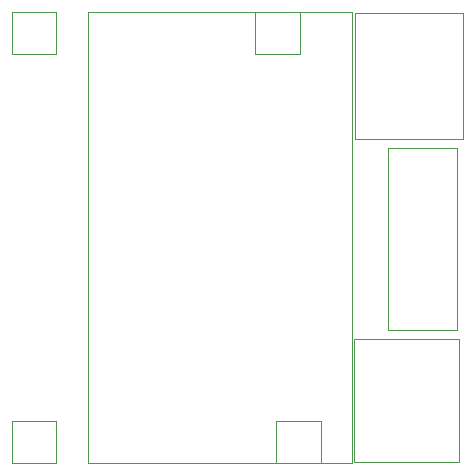
<source format=gbr>
G04 #@! TF.GenerationSoftware,KiCad,Pcbnew,6.0.5-a6ca702e91~116~ubuntu20.04.1*
G04 #@! TF.CreationDate,2022-06-20T16:09:37+05:30*
G04 #@! TF.ProjectId,BackEnd_HeavyDevice_v6,4261636b-456e-4645-9f48-656176794465,rev?*
G04 #@! TF.SameCoordinates,Original*
G04 #@! TF.FileFunction,Other,User*
%FSLAX46Y46*%
G04 Gerber Fmt 4.6, Leading zero omitted, Abs format (unit mm)*
G04 Created by KiCad (PCBNEW 6.0.5-a6ca702e91~116~ubuntu20.04.1) date 2022-06-20 16:09:37*
%MOMM*%
%LPD*%
G01*
G04 APERTURE LIST*
%ADD10C,0.050000*%
G04 APERTURE END LIST*
D10*
X144575000Y-123910000D02*
X150425000Y-123910000D01*
X144575000Y-108490000D02*
X144575000Y-123910000D01*
X150425000Y-108490000D02*
X144575000Y-108490000D01*
X150425000Y-123910000D02*
X150425000Y-108490000D01*
X141491000Y-135227000D02*
X119179000Y-135227000D01*
X119179000Y-97043000D02*
X141511000Y-97043000D01*
X141511000Y-97043000D02*
X141491000Y-135227000D01*
X119159000Y-135227000D02*
X119179000Y-97043000D01*
X150561000Y-135080000D02*
X150561000Y-124666000D01*
X141671000Y-124666000D02*
X141671000Y-135080000D01*
X141671000Y-135080000D02*
X150561000Y-135080000D01*
X150561000Y-124666000D02*
X141671000Y-124666000D01*
X150894000Y-97066100D02*
X141750000Y-97066100D01*
X150894000Y-107734100D02*
X150894000Y-97066100D01*
X141750000Y-107734100D02*
X150894000Y-107734100D01*
X141750000Y-97066100D02*
X141750000Y-107734100D01*
X138900000Y-135200000D02*
X138900000Y-131600000D01*
X135100000Y-131600000D02*
X135100000Y-135200000D01*
X135100000Y-131600000D02*
X138900000Y-131600000D01*
X138900000Y-135200000D02*
X135100000Y-135200000D01*
X116500000Y-135200000D02*
X112700000Y-135200000D01*
X112700000Y-131600000D02*
X116500000Y-131600000D01*
X112700000Y-131600000D02*
X112700000Y-135200000D01*
X116500000Y-135200000D02*
X116500000Y-131600000D01*
X137100000Y-100600000D02*
X133300000Y-100600000D01*
X133300000Y-97000000D02*
X133300000Y-100600000D01*
X137100000Y-100600000D02*
X137100000Y-97000000D01*
X133300000Y-97000000D02*
X137100000Y-97000000D01*
X116500000Y-100600000D02*
X116500000Y-97000000D01*
X112700000Y-97000000D02*
X112700000Y-100600000D01*
X112700000Y-97000000D02*
X116500000Y-97000000D01*
X116500000Y-100600000D02*
X112700000Y-100600000D01*
M02*

</source>
